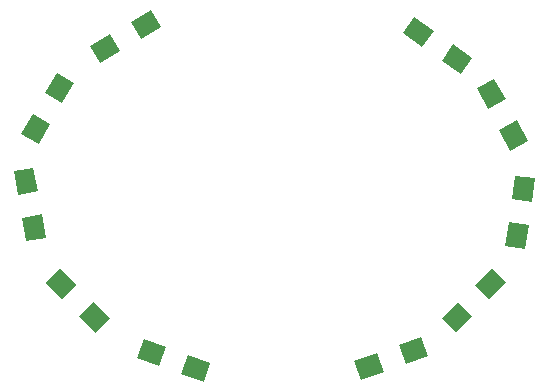
<source format=gtp>
G04 #@! TF.FileFunction,Paste,Top*
%FSLAX46Y46*%
G04 Gerber Fmt 4.6, Leading zero omitted, Abs format (unit mm)*
G04 Created by KiCad (PCBNEW 4.0.7) date 06/13/18 14:50:44*
%MOMM*%
%LPD*%
G01*
G04 APERTURE LIST*
%ADD10C,0.100000*%
G04 APERTURE END LIST*
D10*
G36*
X112383360Y-114824701D02*
X112964795Y-116422179D01*
X111085410Y-117106219D01*
X110503975Y-115508741D01*
X112383360Y-114824701D01*
X112383360Y-114824701D01*
G37*
G36*
X108624590Y-116192781D02*
X109206025Y-117790259D01*
X107326640Y-118474299D01*
X106745205Y-116876821D01*
X108624590Y-116192781D01*
X108624590Y-116192781D01*
G37*
G36*
X88330205Y-116612679D02*
X88911640Y-115015201D01*
X90791025Y-115699241D01*
X90209590Y-117296719D01*
X88330205Y-116612679D01*
X88330205Y-116612679D01*
G37*
G36*
X92088975Y-117980759D02*
X92670410Y-116383281D01*
X94549795Y-117067321D01*
X93968360Y-118664799D01*
X92088975Y-117980759D01*
X92088975Y-117980759D01*
G37*
G36*
X80589638Y-110239720D02*
X81791720Y-109037638D01*
X83205934Y-110451852D01*
X82003852Y-111653934D01*
X80589638Y-110239720D01*
X80589638Y-110239720D01*
G37*
G36*
X83418066Y-113068148D02*
X84620148Y-111866066D01*
X86034362Y-113280280D01*
X84832280Y-114482362D01*
X83418066Y-113068148D01*
X83418066Y-113068148D01*
G37*
G36*
X77889969Y-100825177D02*
X79564142Y-100529975D01*
X79911439Y-102499591D01*
X78237266Y-102794793D01*
X77889969Y-100825177D01*
X77889969Y-100825177D01*
G37*
G36*
X78584561Y-104764409D02*
X80258734Y-104469207D01*
X80606031Y-106438823D01*
X78931858Y-106734025D01*
X78584561Y-104764409D01*
X78584561Y-104764409D01*
G37*
G36*
X81535878Y-92480924D02*
X83008122Y-93330924D01*
X82008122Y-95062974D01*
X80535878Y-94212974D01*
X81535878Y-92480924D01*
X81535878Y-92480924D01*
G37*
G36*
X79535878Y-95945026D02*
X81008122Y-96795026D01*
X80008122Y-98527076D01*
X78535878Y-97677076D01*
X79535878Y-95945026D01*
X79535878Y-95945026D01*
G37*
G36*
X89549076Y-87171878D02*
X90399076Y-88644122D01*
X88667026Y-89644122D01*
X87817026Y-88171878D01*
X89549076Y-87171878D01*
X89549076Y-87171878D01*
G37*
G36*
X86084974Y-89171878D02*
X86934974Y-90644122D01*
X85202924Y-91644122D01*
X84352924Y-90171878D01*
X86084974Y-89171878D01*
X86084974Y-89171878D01*
G37*
G36*
X110847004Y-89145550D02*
X111822084Y-87752991D01*
X113460388Y-88900144D01*
X112485308Y-90292703D01*
X110847004Y-89145550D01*
X110847004Y-89145550D01*
G37*
G36*
X114123612Y-91439856D02*
X115098692Y-90047297D01*
X116736996Y-91194450D01*
X115761916Y-92587009D01*
X114123612Y-91439856D01*
X114123612Y-91439856D01*
G37*
G36*
X117094080Y-93762208D02*
X118595091Y-92964107D01*
X119534034Y-94730002D01*
X118033023Y-95528103D01*
X117094080Y-93762208D01*
X117094080Y-93762208D01*
G37*
G36*
X118971966Y-97293998D02*
X120472977Y-96495897D01*
X121411920Y-98261792D01*
X119910909Y-99059893D01*
X118971966Y-97293998D01*
X118971966Y-97293998D01*
G37*
G36*
X120352791Y-101177899D02*
X122036247Y-101414493D01*
X121757901Y-103395029D01*
X120074445Y-103158435D01*
X120352791Y-101177899D01*
X120352791Y-101177899D01*
G37*
G36*
X119796099Y-105138971D02*
X121479555Y-105375565D01*
X121201209Y-107356101D01*
X119517753Y-107119507D01*
X119796099Y-105138971D01*
X119796099Y-105138971D01*
G37*
G36*
X118360280Y-109037638D02*
X119562362Y-110239720D01*
X118148148Y-111653934D01*
X116946066Y-110451852D01*
X118360280Y-109037638D01*
X118360280Y-109037638D01*
G37*
G36*
X115531852Y-111866066D02*
X116733934Y-113068148D01*
X115319720Y-114482362D01*
X114117638Y-113280280D01*
X115531852Y-111866066D01*
X115531852Y-111866066D01*
G37*
M02*

</source>
